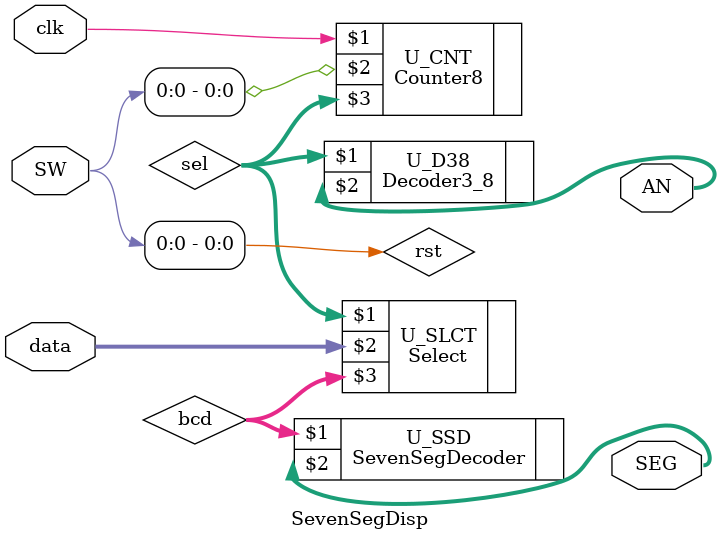
<source format=v>
module SevenSegDisp(clk, SW, data, SEG, AN);
    input clk;       //Ê±ÖÓ
    input [15:0] SW;       // 16Î»²¦¶¯¿ª¹Ø
    input [31:0] data;     //´ýÏÔÊ¾Êý¾Ý
    output [7:0] SEG;      // 7¶ÎÊýÂë¹ÜÇý¶¯£¬µÍµçÆ½ÓÐÐ§
    output [7:0] AN;       // 7¶ÎÊýÂë¹ÜÆ¬Ñ¡ÐÅºÅ£¬µÍµçÆ½ÓÐÐ§
   
    //wire [31:0] data;
    wire [2:0] sel;
    wire [3:0] bcd;
    wire clk;
    assign rst = SW[0];
    //assign data = {16'h8765, SW[15:0]};

    Select U_SLCT(sel, data, bcd);
    SevenSegDecoder U_SSD(bcd, SEG);
    Counter8 U_CNT(clk, rst, sel);   
    Decoder3_8 U_D38(sel, AN);
endmodule

</source>
